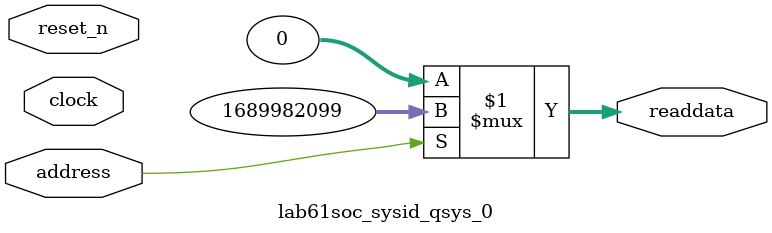
<source format=v>



// synthesis translate_off
`timescale 1ns / 1ps
// synthesis translate_on

// turn off superfluous verilog processor warnings 
// altera message_level Level1 
// altera message_off 10034 10035 10036 10037 10230 10240 10030 

module lab61soc_sysid_qsys_0 (
               // inputs:
                address,
                clock,
                reset_n,

               // outputs:
                readdata
             )
;

  output  [ 31: 0] readdata;
  input            address;
  input            clock;
  input            reset_n;

  wire    [ 31: 0] readdata;
  //control_slave, which is an e_avalon_slave
  assign readdata = address ? 1689982099 : 0;

endmodule



</source>
